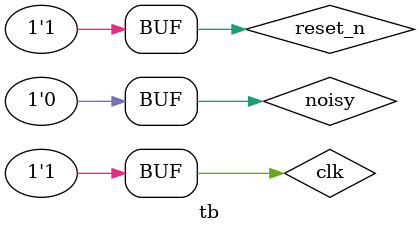
<source format=v>
module tb();

reg clk, reset_n, noisy;
wire debounce, edges;

top uut (clk, reset_n, noisy, debounce, edges);

localparam T = 10;
always
begin
    clk = 0;
    #(T/2);
    clk = 1;
    #(T/2);
end

localparam DELAY = 50_00_000;
initial
begin
    reset_n = 0;
    noisy = 0;
    #2
    reset_n = 1;
    
    noisy = 1'b1;
    #(DELAY); 
    noisy = 1'b0;   
    #(DELAY);
    
    noisy = 1'b1;
    #(DELAY/5);
    noisy = 1'b0;
    #(DELAY/5);
    noisy = 1'b1;
    #(DELAY/5);
    noisy = 1'b0;
    #(DELAY/5);
    noisy = 1'b1;
    #(DELAY); 
    noisy = 1'b0;
    #(DELAY/5);   
    noisy = 1'b1;
    #(DELAY/5);
    noisy = 1'b0;
    #(DELAY/5);
    noisy = 1'b1;
    #(DELAY/5);
    noisy = 1'b0;
    
end
endmodule
</source>
